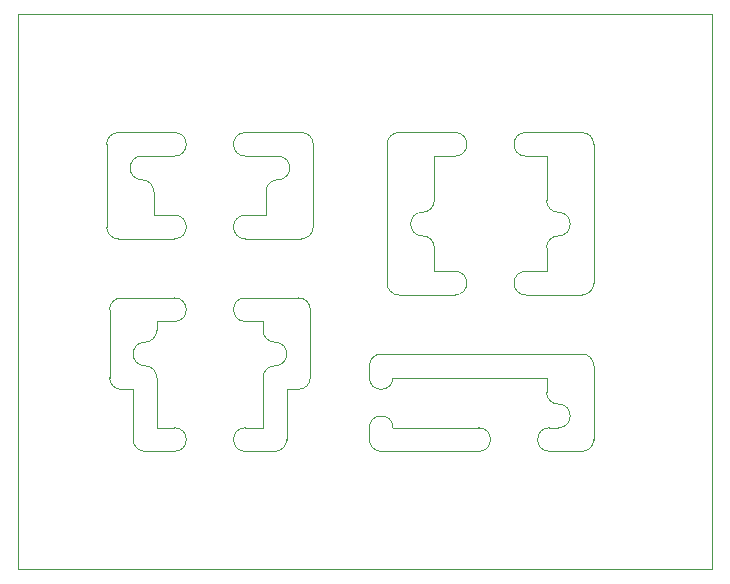
<source format=gbr>
G04 #@! TF.GenerationSoftware,KiCad,Pcbnew,(5.1.5)-3*
G04 #@! TF.CreationDate,2020-07-07T20:54:15-07:00*
G04 #@! TF.ProjectId,Miniscope-V4-Ephys-System,4d696e69-7363-46f7-9065-2d56342d4570,rev?*
G04 #@! TF.SameCoordinates,Original*
G04 #@! TF.FileFunction,Profile,NP*
%FSLAX46Y46*%
G04 Gerber Fmt 4.6, Leading zero omitted, Abs format (unit mm)*
G04 Created by KiCad (PCBNEW (5.1.5)-3) date 2020-07-07 20:54:15*
%MOMM*%
%LPD*%
G04 APERTURE LIST*
%ADD10C,0.100000*%
G04 APERTURE END LIST*
D10*
X116000000Y-115000000D02*
X116000000Y-117000000D01*
X106500000Y-117000000D02*
X108250000Y-117000000D01*
X117000000Y-112000000D02*
G75*
G02X117000000Y-114000000I0J-1000000D01*
G01*
X108250000Y-119000000D02*
X103500000Y-119000000D01*
X108250000Y-112000000D02*
X105500000Y-112000000D01*
X105500000Y-114000000D02*
G75*
G02X105500000Y-112000000I0J1000000D01*
G01*
X102500000Y-118000000D02*
X102500000Y-111000000D01*
X105500000Y-114000000D02*
G75*
G02X106500000Y-115000000I0J-1000000D01*
G01*
X103500000Y-110000000D02*
X108250000Y-110000000D01*
X116000000Y-115000000D02*
G75*
G02X117000000Y-114000000I1000000J0D01*
G01*
X106500000Y-115000000D02*
X106500000Y-117000000D01*
X120000000Y-111000000D02*
X120000000Y-118000000D01*
X114250000Y-119000000D02*
X119000000Y-119000000D01*
X108250000Y-117000000D02*
G75*
G02X108250000Y-119000000I0J-1000000D01*
G01*
X117000000Y-112000000D02*
X114250000Y-112000000D01*
X103500000Y-119000000D02*
G75*
G02X102500000Y-118000000I0J1000000D01*
G01*
X116000000Y-117000000D02*
X114250000Y-117000000D01*
X119000000Y-110000000D02*
G75*
G02X120000000Y-111000000I0J-1000000D01*
G01*
X114250000Y-119000000D02*
G75*
G02X114250000Y-117000000I0J1000000D01*
G01*
X120000000Y-118000000D02*
G75*
G02X119000000Y-119000000I-1000000J0D01*
G01*
X102500000Y-111000000D02*
G75*
G02X103500000Y-110000000I1000000J0D01*
G01*
X108250000Y-110000000D02*
G75*
G02X108250000Y-112000000I0J-1000000D01*
G01*
X114250000Y-112000000D02*
G75*
G02X114250000Y-110000000I0J1000000D01*
G01*
X119000000Y-110000000D02*
X114250000Y-110000000D01*
X142750000Y-137000000D02*
X140000000Y-137000000D01*
X140750000Y-135000000D02*
X140000000Y-135000000D01*
X134000000Y-135000000D02*
G75*
G02X134000000Y-137000000I0J-1000000D01*
G01*
X140000000Y-137000000D02*
G75*
G02X140000000Y-135000000I0J1000000D01*
G01*
X124750000Y-135000000D02*
X124750000Y-136000000D01*
X126750000Y-130750000D02*
G75*
G02X124750000Y-130750000I-1000000J0D01*
G01*
X124750000Y-135000000D02*
G75*
G02X126750000Y-135000000I1000000J0D01*
G01*
X124750000Y-129750000D02*
G75*
G02X125750000Y-128750000I1000000J0D01*
G01*
X142750000Y-128750000D02*
G75*
G02X143750000Y-129750000I0J-1000000D01*
G01*
X143750000Y-136000000D02*
G75*
G02X142750000Y-137000000I-1000000J0D01*
G01*
X125750000Y-137000000D02*
G75*
G02X124750000Y-136000000I0J1000000D01*
G01*
X127250000Y-123750000D02*
G75*
G02X126250000Y-122750000I0J1000000D01*
G01*
X126250000Y-111000000D02*
G75*
G02X127250000Y-110000000I1000000J0D01*
G01*
X143750000Y-122750000D02*
G75*
G02X142750000Y-123750000I-1000000J0D01*
G01*
X142750000Y-110000000D02*
G75*
G02X143750000Y-111000000I0J-1000000D01*
G01*
X139750000Y-112000000D02*
X138000000Y-112000000D01*
X142750000Y-110000000D02*
X138000000Y-110000000D01*
X138000000Y-123750000D02*
X142750000Y-123750000D01*
X139750000Y-121750000D02*
X138000000Y-121750000D01*
X132000000Y-121750000D02*
G75*
G02X132000000Y-123750000I0J-1000000D01*
G01*
X138000000Y-123750000D02*
G75*
G02X138000000Y-121750000I0J1000000D01*
G01*
X138000000Y-112000000D02*
G75*
G02X138000000Y-110000000I0J1000000D01*
G01*
X132000000Y-110000000D02*
G75*
G02X132000000Y-112000000I0J-1000000D01*
G01*
X102750000Y-125000000D02*
X102750000Y-130750000D01*
X103750000Y-131750000D02*
G75*
G02X102750000Y-130750000I0J1000000D01*
G01*
X119750000Y-130750000D02*
G75*
G02X118750000Y-131750000I-1000000J0D01*
G01*
X118750000Y-124000000D02*
G75*
G02X119750000Y-125000000I0J-1000000D01*
G01*
X102750000Y-125000000D02*
G75*
G02X103750000Y-124000000I1000000J0D01*
G01*
X105750000Y-137000000D02*
G75*
G02X104750000Y-136000000I0J1000000D01*
G01*
X117750000Y-136000000D02*
G75*
G02X116750000Y-137000000I-1000000J0D01*
G01*
X114250000Y-124000000D02*
X118750000Y-124000000D01*
X108250000Y-124000000D02*
X103750000Y-124000000D01*
X106750000Y-126000000D02*
X108250000Y-126000000D01*
X114250000Y-126000000D02*
X115750000Y-126000000D01*
X114250000Y-126000000D02*
G75*
G02X114250000Y-124000000I0J1000000D01*
G01*
X108250000Y-124000000D02*
G75*
G02X108250000Y-126000000I0J-1000000D01*
G01*
X114250000Y-137000000D02*
G75*
G02X114250000Y-135000000I0J1000000D01*
G01*
X114250000Y-137000000D02*
X116750000Y-137000000D01*
X108250000Y-137000000D02*
X105750000Y-137000000D01*
X108250000Y-135000000D02*
X106750000Y-135000000D01*
X115750000Y-135000000D02*
X114250000Y-135000000D01*
X108250000Y-135000000D02*
G75*
G02X108250000Y-137000000I0J-1000000D01*
G01*
X95000000Y-100000000D02*
X95000000Y-147000000D01*
X153750000Y-100000000D02*
X95000000Y-100000000D01*
X153750000Y-147000000D02*
X153750000Y-100000000D01*
X95000000Y-147000000D02*
X153750000Y-147000000D01*
X126250000Y-122750000D02*
X126250000Y-111000000D01*
X132000000Y-123750000D02*
X127250000Y-123750000D01*
X143750000Y-111000000D02*
X143750000Y-122750000D01*
X127250000Y-110000000D02*
X132000000Y-110000000D01*
X124750000Y-129750000D02*
X124750000Y-130750000D01*
X142750000Y-128750000D02*
X125750000Y-128750000D01*
X143750000Y-136000000D02*
X143750000Y-129750000D01*
X125750000Y-137000000D02*
X134000000Y-137000000D01*
X104750000Y-131750000D02*
X104750000Y-136000000D01*
X103750000Y-131750000D02*
X104750000Y-131750000D01*
X119750000Y-130750000D02*
X119750000Y-125000000D01*
X117750000Y-131750000D02*
X118750000Y-131750000D01*
X117750000Y-136000000D02*
X117750000Y-131750000D01*
X139750000Y-119750000D02*
X139750000Y-121750000D01*
X139750000Y-119750000D02*
G75*
G02X140750000Y-118750000I1000000J0D01*
G01*
X130250000Y-119750000D02*
X130250000Y-121750000D01*
X129250000Y-118750000D02*
G75*
G02X130250000Y-119750000I0J-1000000D01*
G01*
X139750000Y-130750000D02*
X139750000Y-132000000D01*
X140750000Y-133000000D02*
G75*
G02X139750000Y-132000000I0J1000000D01*
G01*
X140750000Y-133000000D02*
G75*
G02X140750000Y-135000000I0J-1000000D01*
G01*
X106750000Y-130750000D02*
X106750000Y-135000000D01*
X106750000Y-126000000D02*
X106750000Y-126750000D01*
X105750000Y-129750000D02*
G75*
G02X106750000Y-130750000I0J-1000000D01*
G01*
X106750000Y-126750000D02*
G75*
G02X105750000Y-127750000I-1000000J0D01*
G01*
X105750000Y-129750000D02*
G75*
G02X105750000Y-127750000I0J1000000D01*
G01*
X115750000Y-130750000D02*
X115750000Y-135000000D01*
X115750000Y-126000000D02*
X115750000Y-126750000D01*
X115750000Y-130750000D02*
G75*
G02X116750000Y-129750000I1000000J0D01*
G01*
X116750000Y-127750000D02*
G75*
G02X115750000Y-126750000I0J1000000D01*
G01*
X116750000Y-127750000D02*
G75*
G02X116750000Y-129750000I0J-1000000D01*
G01*
X139750000Y-115750000D02*
X139750000Y-112000000D01*
X140750000Y-116750000D02*
G75*
G02X139750000Y-115750000I0J1000000D01*
G01*
X140750000Y-116750000D02*
G75*
G02X140750000Y-118750000I0J-1000000D01*
G01*
X130250000Y-115750000D02*
X130250000Y-112000000D01*
X130250000Y-115750000D02*
G75*
G02X129250000Y-116750000I-1000000J0D01*
G01*
X129250000Y-118750000D02*
G75*
G02X129250000Y-116750000I0J1000000D01*
G01*
X132000000Y-112000000D02*
X130250000Y-112000000D01*
X130250000Y-121750000D02*
X132000000Y-121750000D01*
X139750000Y-130750000D02*
X126750000Y-130750000D01*
X126750000Y-135000000D02*
X134000000Y-135000000D01*
M02*

</source>
